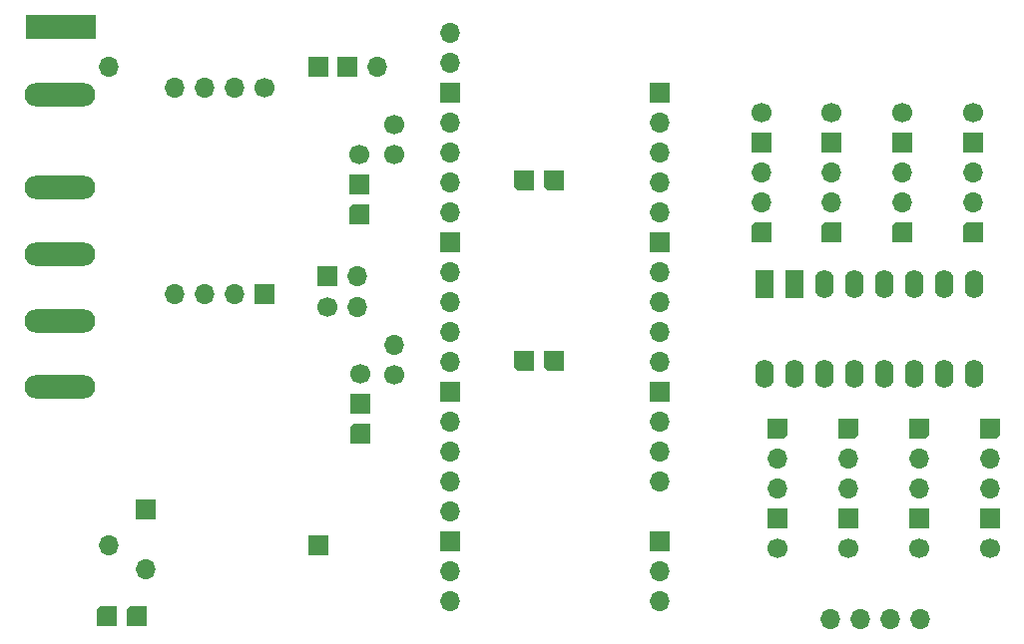
<source format=gbs>
G04 #@! TF.GenerationSoftware,KiCad,Pcbnew,7.0.7*
G04 #@! TF.CreationDate,2024-05-08T01:23:09+03:00*
G04 #@! TF.ProjectId,pico-hd-mcu-v2,7069636f-2d68-4642-9d6d-63752d76322e,rev?*
G04 #@! TF.SameCoordinates,Original*
G04 #@! TF.FileFunction,Soldermask,Bot*
G04 #@! TF.FilePolarity,Negative*
%FSLAX46Y46*%
G04 Gerber Fmt 4.6, Leading zero omitted, Abs format (unit mm)*
G04 Created by KiCad (PCBNEW 7.0.7) date 2024-05-08 01:23:09*
%MOMM*%
%LPD*%
G01*
G04 APERTURE LIST*
G04 Aperture macros list*
%AMOutline4P*
0 Free polygon, 4 corners , with rotation*
0 The origin of the aperture is its center*
0 number of corners: always 4*
0 $1 to $8 corner X, Y*
0 $9 Rotation angle, in degrees counterclockwise*
0 create outline with 4 corners*
4,1,4,$1,$2,$3,$4,$5,$6,$7,$8,$1,$2,$9*%
%AMOutline5P*
0 Free polygon, 5 corners , with rotation*
0 The origin of the aperture is its center*
0 number of corners: always 5*
0 $1 to $10 corner X, Y*
0 $11 Rotation angle, in degrees counterclockwise*
0 create outline with 5 corners*
4,1,5,$1,$2,$3,$4,$5,$6,$7,$8,$9,$10,$1,$2,$11*%
%AMOutline6P*
0 Free polygon, 6 corners , with rotation*
0 The origin of the aperture is its center*
0 number of corners: always 6*
0 $1 to $12 corner X, Y*
0 $13 Rotation angle, in degrees counterclockwise*
0 create outline with 6 corners*
4,1,6,$1,$2,$3,$4,$5,$6,$7,$8,$9,$10,$11,$12,$1,$2,$13*%
%AMOutline7P*
0 Free polygon, 7 corners , with rotation*
0 The origin of the aperture is its center*
0 number of corners: always 7*
0 $1 to $14 corner X, Y*
0 $15 Rotation angle, in degrees counterclockwise*
0 create outline with 7 corners*
4,1,7,$1,$2,$3,$4,$5,$6,$7,$8,$9,$10,$11,$12,$13,$14,$1,$2,$15*%
%AMOutline8P*
0 Free polygon, 8 corners , with rotation*
0 The origin of the aperture is its center*
0 number of corners: always 8*
0 $1 to $16 corner X, Y*
0 $17 Rotation angle, in degrees counterclockwise*
0 create outline with 8 corners*
4,1,8,$1,$2,$3,$4,$5,$6,$7,$8,$9,$10,$11,$12,$13,$14,$15,$16,$1,$2,$17*%
G04 Aperture macros list end*
%ADD10R,1.700000X1.700000*%
%ADD11O,1.700000X1.700000*%
%ADD12C,1.700000*%
%ADD13Outline5P,-0.850000X0.510000X-0.510000X0.850000X0.850000X0.850000X0.850000X-0.850000X-0.850000X-0.850000X180.000000*%
%ADD14Outline5P,-0.850000X0.510000X-0.510000X0.850000X0.850000X0.850000X0.850000X-0.850000X-0.850000X-0.850000X0.000000*%
%ADD15O,6.000000X2.000000*%
%ADD16Outline5P,-0.850000X0.510000X-0.510000X0.850000X0.850000X0.850000X0.850000X-0.850000X-0.850000X-0.850000X90.000000*%
%ADD17R,6.000000X2.000000*%
%ADD18Outline4P,-0.850000X-0.850000X0.850000X-0.850000X0.850000X0.850000X-0.850000X0.850000X0.000000*%
%ADD19O,1.600000X2.400000*%
%ADD20R,1.600000X2.400000*%
G04 APERTURE END LIST*
D10*
X30670000Y-61650000D03*
D11*
X30670000Y-66730000D03*
D10*
X45360000Y-24080000D03*
D11*
X27580000Y-24080000D03*
D10*
X45360000Y-64720000D03*
D11*
X27580000Y-64720000D03*
D12*
X90327500Y-64942500D03*
D10*
X90327500Y-62402500D03*
D11*
X90327500Y-59862500D03*
X90327500Y-57322500D03*
D13*
X90327500Y-54782500D03*
D12*
X100917500Y-27952500D03*
D10*
X100917500Y-30492500D03*
D11*
X100917500Y-33032500D03*
X100917500Y-35572500D03*
D14*
X100917500Y-38112500D03*
D10*
X40805000Y-43322500D03*
D11*
X38265000Y-43322500D03*
X35725000Y-43322500D03*
X33185000Y-43322500D03*
D10*
X47825000Y-24062500D03*
D12*
X40815000Y-25862500D03*
D11*
X38275000Y-25862500D03*
X35735000Y-25862500D03*
X33195000Y-25862500D03*
X50365000Y-24062500D03*
D12*
X82917500Y-27952500D03*
D10*
X82917500Y-30492500D03*
D11*
X82917500Y-33032500D03*
X82917500Y-35572500D03*
D14*
X82917500Y-38112500D03*
D15*
X23432500Y-51265000D03*
D12*
X96327500Y-64942500D03*
D10*
X96327500Y-62402500D03*
D11*
X96327500Y-59862500D03*
X96327500Y-57322500D03*
D13*
X96327500Y-54782500D03*
D16*
X62780000Y-49030000D03*
X65320000Y-49030000D03*
D12*
X46077500Y-44457500D03*
D11*
X48617500Y-44457500D03*
D12*
X94917500Y-27952500D03*
D10*
X94917500Y-30492500D03*
D11*
X94917500Y-33032500D03*
X94917500Y-35572500D03*
D14*
X94917500Y-38112500D03*
D11*
X56542500Y-69457500D03*
X56542500Y-66917500D03*
D10*
X56542500Y-64377500D03*
D11*
X56542500Y-61837500D03*
X56542500Y-59297500D03*
X56542500Y-56757500D03*
X56542500Y-54217500D03*
D10*
X56542500Y-51677500D03*
D11*
X56542500Y-49137500D03*
X56542500Y-46597500D03*
X56542500Y-44057500D03*
X56542500Y-41517500D03*
D10*
X56542500Y-38977500D03*
D11*
X56542500Y-36437500D03*
X56542500Y-33897500D03*
X56542500Y-31357500D03*
X56542500Y-28817500D03*
D10*
X56542500Y-26277500D03*
D11*
X56542500Y-23737500D03*
X56542500Y-21197500D03*
D10*
X74322500Y-26277500D03*
D11*
X74322500Y-28817500D03*
X74322500Y-31357500D03*
X74322500Y-33897500D03*
X74322500Y-36437500D03*
D10*
X74322500Y-38977500D03*
D11*
X74322500Y-41517500D03*
X74322500Y-44057500D03*
X74322500Y-46597500D03*
X74322500Y-49137500D03*
D10*
X74322500Y-51677500D03*
D11*
X74322500Y-54217500D03*
X74322500Y-56757500D03*
X74322500Y-59297500D03*
D10*
X74322500Y-64377500D03*
D11*
X74322500Y-66917500D03*
X74322500Y-69457500D03*
D17*
X23490000Y-20700000D03*
D12*
X51760000Y-31490000D03*
X51760000Y-28950000D03*
D18*
X46077500Y-41817500D03*
D11*
X48617500Y-41817500D03*
D12*
X48860000Y-31537500D03*
D10*
X48860000Y-34077500D03*
D14*
X48860000Y-36617500D03*
D11*
X93855000Y-70915000D03*
X88775000Y-70915000D03*
X91315000Y-70915000D03*
X96395000Y-70915000D03*
D15*
X23470000Y-26400000D03*
X23437500Y-45617500D03*
D12*
X84327500Y-64942500D03*
D10*
X84327500Y-62402500D03*
D11*
X84327500Y-59862500D03*
X84327500Y-57322500D03*
D13*
X84327500Y-54782500D03*
D16*
X62800000Y-33690000D03*
X65340000Y-33690000D03*
D12*
X51772500Y-50170000D03*
D11*
X51772500Y-47630000D03*
D14*
X27425000Y-70737500D03*
X29965000Y-70737500D03*
D12*
X102327500Y-64942500D03*
D10*
X102327500Y-62402500D03*
D11*
X102327500Y-59862500D03*
X102327500Y-57322500D03*
D13*
X102327500Y-54782500D03*
D15*
X23450000Y-34320000D03*
X23417500Y-39955000D03*
D12*
X48885000Y-50082500D03*
D10*
X48885000Y-52622500D03*
D14*
X48885000Y-55162500D03*
D12*
X88917500Y-27952500D03*
D10*
X88917500Y-30492500D03*
D11*
X88917500Y-33032500D03*
X88917500Y-35572500D03*
D14*
X88917500Y-38112500D03*
D19*
X100995000Y-50132500D03*
X98455000Y-50132500D03*
X95915000Y-50132500D03*
X93375000Y-50132500D03*
X90835000Y-50132500D03*
X88295000Y-50132500D03*
X85755000Y-50132500D03*
X83215000Y-50132500D03*
D20*
X83215000Y-42512500D03*
X85755000Y-42512500D03*
D19*
X88295000Y-42512500D03*
X90835000Y-42512500D03*
X93375000Y-42512500D03*
X95915000Y-42512500D03*
X98455000Y-42512500D03*
X100995000Y-42512500D03*
M02*

</source>
